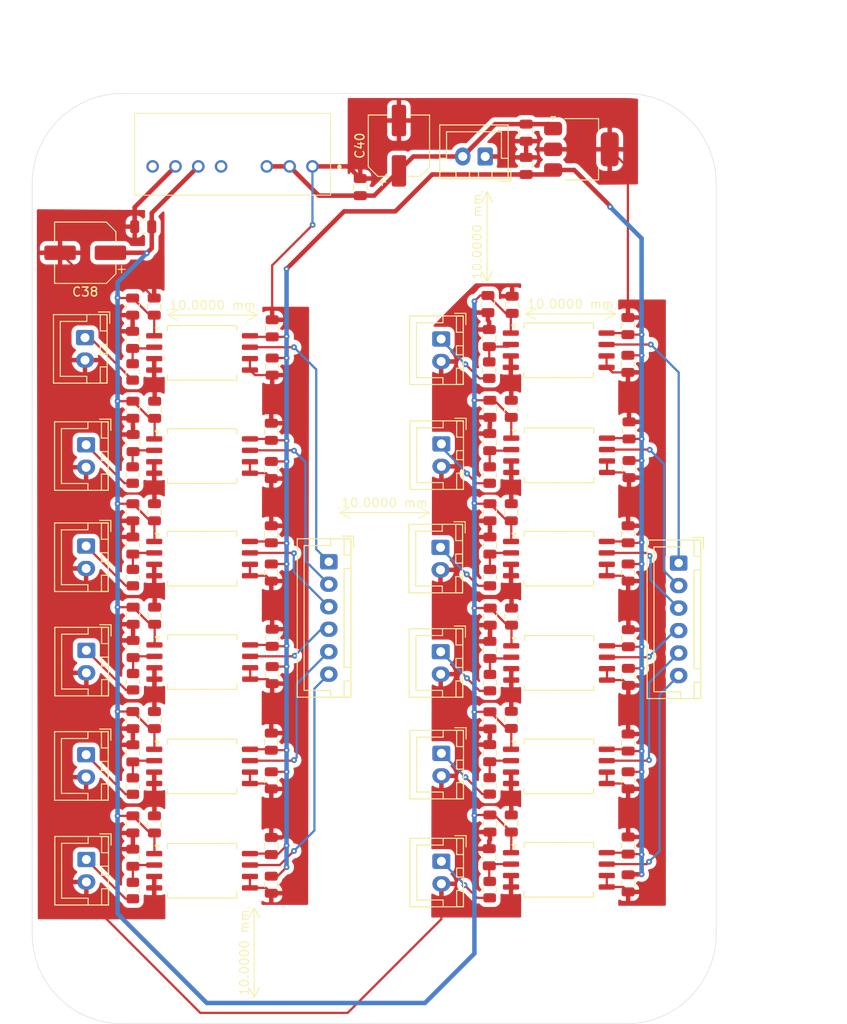
<source format=kicad_pcb>
(kicad_pcb (version 20240108) (generator "pcbnew") (generator_version "8.0")
  (layers (0 "F.Cu" signal) (31 "B.Cu" signal) (34 "B.Paste" user) (35 "F.Paste" user) (36 "B.SilkS" user "B.Silkscreen") (37 "F.SilkS" user "F.Silkscreen") (38 "B.Mask" user) (39 "F.Mask" user) (44 "Edge.Cuts" user))
  (net 0 "")
  (net 1 "Net-(C3-Pad1)")
  (net 2 "GND_HV")
  (net 3 "5V_HV")
  (net 4 "Net-(C1-Pad1)")
  (net 5 "5V_LV")
  (net 6 "GLVS-")
  (net 7 "GLVS+")
  (net 8 "Net-(C9-Pad1)")
  (net 9 "Net-(C14-Pad1)")
  (net 10 "Net-(C21-Pad1)")
  (net 11 "Net-(C19-Pad1)")
  (net 12 "Net-(C20-Pad1)")
  (net 13 "Net-(C22-Pad1)")
  (net 14 "Net-(C23-Pad1)")
  (net 15 "Net-(C24-Pad1)")
  (net 16 "Meas2+")
  (net 17 "Meas3+")
  (net 18 "Temp3")
  (net 19 "Temp5")
  (net 20 "Temp4")
  (net 21 "Temp1")
  (net 22 "Temp6")
  (net 23 "Temp2")
  (net 24 "Meas4+")
  (net 25 "Meas5+")
  (net 26 "Meas6+")
  (net 27 "Meas7+")
  (net 28 "Meas8+")
  (net 29 "Meas9+")
  (net 30 "Meas10+")
  (net 31 "Meas11+")
  (net 32 "Meas12+")
  (net 33 "Temp9")
  (net 34 "Temp8")
  (net 35 "Temp12")
  (net 36 "Temp7")
  (net 39 "Net-(C43-Pad1)")
  (net 40 "Net-(C48-Pad1)")
  (net 41 "Temp10")
  (net 42 "Temp11")
  (net 43 "Meas1+")
  (footprint "Capacitor_SMD:C_0805_2012Metric" (layer "F.Cu") (at 136.1 140.9 90)
    (property "Reference" "C66" (hide yes))
    (property "Value" "0.1uF")
  )
  (footprint "Capacitor_SMD:C_0805_2012Metric" (layer "F.Cu") (at 96.5 87.65 -90)
    (property "Reference" "C42" (hide yes))
    (property "Value" "1uF")
  )
  (footprint "Resistor_SMD:R_0805_2012Metric" (layer "F.Cu") (at 120.725 122.7875 90)
    (property "Reference" "R10" (hide yes))
    (property "Value" "100")
  )
  (footprint "MountingHole:MountingHole_3.2mm_M3" (layer "F.Cu") (at 139.5 63.1)
    (property "Reference" "REF**" (hide yes))
    (property "Value" "MountingHole_3.2mm_M3")
  )
  (footprint "Capacitor_SMD:C_0805_2012Metric" (layer "F.Cu") (at 123.1 103.85 -90)
    (property "Reference" "C30" (hide yes))
    (property "Value" "0.1uF")
  )
  (footprint "Capacitor_SMD:C_0805_2012Metric" (layer "F.Cu") (at 80.975 84.685 90)
    (property "Reference" "C1" (hide yes))
    (property "Value" "0.1uF")
  )
  (footprint "Resistor_SMD:R_0805_2012Metric" (layer "F.Cu") (at 81 111.1125 90)
    (property "Reference" "R3" (hide yes))
    (property "Value" "100")
  )
  (footprint "Connector_JST:JST_XH_B6B-XH-A_1x06_P2.50mm_Vertical" (layer "F.Cu") (at 141.725 109.5 -90)
    (property "Reference" "J15" (hide yes))
    (property "Value" "Conn_01x06_Pin")
  )
  (footprint "Capacitor_SMD:C_0805_2012Metric" (layer "F.Cu") (at 81.025 96.155 90)
    (property "Reference" "C3" (hide yes))
    (property "Value" "0.1uF")
  )
  (footprint "Connector_JST:JST_XH_B2B-XH-A_1x02_P2.50mm_Vertical" (layer "F.Cu") (at 75.8 130.8 -90)
    (property "Reference" "J7" (hide yes))
    (property "Value" "Conn_01x02_Pin")
  )
  (footprint "Connector_JST:JST_XH_B2B-XH-A_1x02_P2.50mm_Vertical" (layer "F.Cu") (at 75.8 107.6 -90)
    (property "Reference" "J3" (hide yes))
    (property "Value" "Conn_01x02_Pin")
  )
  (footprint "Capacitor_SMD:C_0805_2012Metric" (layer "F.Cu") (at 123.2 80.785 -90)
    (property "Reference" "C26" (hide yes))
    (property "Value" "0.1uF")
  )
  (footprint "Capacitor_SMD:C_0805_2012Metric" (layer "F.Cu") (at 83.425 115.35 -90)
    (property "Reference" "C16" (hide yes))
    (property "Value" "0.1uF")
  )
  (footprint "Capacitor_SMD:C_0805_2012Metric" (layer "F.Cu") (at 83.425 92.455 -90)
    (property "Reference" "C5" (hide yes))
    (property "Value" "0.1uF")
  )
  (footprint "Package_SO:SOIC-8_7.5x5.85mm_P1.27mm" (layer "F.Cu") (at 128.4 143.6)
    (property "Reference" "U13" (hide yes))
    (property "Value" "Isolation Amplifier with >2.5V input")
  )
  (footprint "Capacitor_SMD:C_0805_2012Metric" (layer "F.Cu") (at 123.1 92.35 -90)
    (property "Reference" "C28" (hide yes))
    (property "Value" "0.1uF")
  )
  (footprint "Resistor_SMD:R_0805_2012Metric" (layer "F.Cu") (at 81.025 122.6875 90)
    (property "Reference" "R4" (hide yes))
    (property "Value" "100")
  )
  (footprint "Capacitor_SMD:C_0805_2012Metric" (layer "F.Cu") (at 81.025 119.05 90)
    (property "Reference" "C14" (hide yes))
    (property "Value" "0.1uF")
  )
  (footprint "Capacitor_SMD:C_0805_2012Metric" (layer "F.Cu") (at 81.025 115.35 90)
    (property "Reference" "C15" (hide yes))
    (property "Value" "1uF")
  )
  (footprint "MountingHole:MountingHole_3.2mm_M3" (layer "F.Cu") (at 139.5 154.9)
    (property "Reference" "REF**" (hide yes))
    (property "Value" "MountingHole_3.2mm_M3")
  )
  (footprint "Capacitor_SMD:C_0805_2012Metric" (layer "F.Cu") (at 120.7 130.63 90)
    (property "Reference" "C23" (hide yes))
    (property "Value" "0.1uF")
  )
  (footprint "Capacitor_SMD:C_0805_2012Metric" (layer "F.Cu") (at 83.4 138.55 -90)
    (property "Reference" "C50" (hide yes))
    (property "Value" "0.1uF")
  )
  (footprint "Connector_JST:JST_XH_B2B-XH-A_1x02_P2.50mm_Vertical" (layer "F.Cu") (at 115.325 130.65 -90)
    (property "Reference" "J13" (hide yes))
    (property "Value" "Conn_01x02_Pin")
  )
  (footprint "Capacitor_SMD:C_0805_2012Metric" (layer "F.Cu") (at 96.4 110.55 -90)
    (property "Reference" "C12" (hide yes))
    (property "Value" "1uF")
  )
  (footprint "Capacitor_SMD:C_0805_2012Metric" (layer "F.Cu") (at 96.4 133.65 -90)
    (property "Reference" "C46" (hide yes))
    (property "Value" "1uF")
  )
  (footprint "Package_TO_SOT_SMD:SOT-223-3_TabPin2" (layer "F.Cu") (at 130.9 63.5)
    (property "Reference" "U15" (hide yes))
    (property "Value" "LM7805MPX/NOPB")
  )
  (footprint "Capacitor_SMD:C_0805_2012Metric" (layer "F.Cu") (at 120.65 84.485 90)
    (property "Reference" "C19" (hide yes))
    (property "Value" "0.1uF")
  )
  (footprint "Capacitor_SMD:C_0805_2012Metric" (layer "F.Cu") (at 136.1 129.45 90)
    (property "Reference" "C64" (hide yes))
    (property "Value" "0.1uF")
  )
  (footprint "Capacitor_SMD:C_0805_2012Metric" (layer "F.Cu") (at 136.075 83.15 90)
    (property "Reference" "C56" (hide yes))
    (property "Value" "0.1uF")
  )
  (footprint "Resistor_SMD:R_0805_2012Metric" (layer "F.Cu") (at 81 145.9 90)
    (property "Reference" "R6" (hide yes))
    (property "Value" "100")
  )
  (footprint "Capacitor_SMD:C_0805_2012Metric" (layer "F.Cu") (at 83.4 103.85 -90)
    (property "Reference" "C11" (hide yes))
    (property "Value" "0.1uF")
  )
  (footprint "Capacitor_SMD:C_0805_2012Metric" (layer "F.Cu") (at 136.075 87.35 -90)
    (property "Reference" "C55" (hide yes))
    (property "Value" "1uF")
  )
  (footprint "Capacitor_SMD:C_0805_2012Metric" (layer "F.Cu") (at 123.1 138.45 -90)
    (property "Reference" "C36" (hide yes))
    (property "Value" "0.1uF")
  )
  (footprint "Resistor_SMD:R_0805_2012Metric" (layer "F.Cu") (at 80.975 88.2475 90)
    (property "Reference" "R2" (hide yes))
    (property "Value" "100")
  )
  (footprint "Resistor_SMD:R_0805_2012Metric" (layer "F.Cu") (at 120.7 134.2675 90)
    (property "Reference" "R11" (hide yes))
    (property "Value" "100")
  )
  (footprint "Connector_JST:JST_XH_B2B-XH-A_1x02_P2.50mm_Vertical" (layer "F.Cu") (at 115.325 96.25 -90)
    (property "Reference" "J10" (hide yes))
    (property "Value" "Conn_01x02_Pin")
  )
  (footprint "Capacitor_SMD:C_0805_2012Metric" (layer "F.Cu") (at 81 138.55 90)
    (property "Reference" "C49" (hide yes))
    (property "Value" "1uF")
  )
  (footprint "Capacitor_SMD:C_0805_2012Metric" (layer "F.Cu") (at 81 142.25 90)
    (property "Reference" "C48" (hide yes))
    (property "Value" "0.1uF")
  )
  (footprint "Capacitor_SMD:C_0805_2012Metric" (layer "F.Cu") (at 83.375 80.985 -90)
    (property "Reference" "C2" (hide yes))
    (property "Value" "0.1uF")
  )
  (footprint "Capacitor_SMD:C_0805_2012Metric" (layer "F.Cu") (at 123.1 126.93 -90)
    (property "Reference" "C34" (hide yes))
    (property "Value" "0.1uF")
  )
  (footprint "Connector_JST:JST_XH_B2B-XH-A_1x02_P2.50mm_Vertical" (layer "F.Cu") (at 120.2 64.3 180)
    (property "Reference" "J4" (hide yes))
    (property "Value" "Conn_01x02_Pin")
  )
  (footprint "Package_SO:SOIC-8_7.5x5.85mm_P1.27mm" (layer "F.Cu") (at 88.7 86.135)
    (property "Reference" "U1" (hide yes))
    (property "Value" "Isolation Amplifier with >2.5V input")
  )
  (footprint "Capacitor_SMD:C_0805_2012Metric" (layer "F.Cu") (at 136.125 117.85 90)
    (property "Reference" "C62" (hide yes))
    (property "Value" "0.1uF")
  )
  (footprint "Capacitor_SMD:C_0805_2012Metric" (layer "F.Cu") (at 96.4 145.25 -90)
    (property "Reference" "C51" (hide yes))
    (property "Value" "1uF")
  )
  (footprint "Capacitor_SMD:C_0805_2012Metric" (layer "F.Cu") (at 120.725 107.55 90)
    (property "Reference" "C21" (hide yes))
    (property "Value" "0.1uF")
  )
  (footprint "Capacitor_SMD:C_0805_2012Metric" (layer "F.Cu") (at 81 130.65 90)
    (property "Reference" "C43" (hide yes))
    (property "Value" "0.1uF")
  )
  (footprint "Package_SO:SOIC-8_7.5x5.85mm_P1.27mm" (layer "F.Cu") (at 128.425 97.515)
    (property "Reference" "U9" (hide yes))
    (property "Value" "Isolation Amplifier with >2.5V input")
  )
  (footprint "Capacitor_SMD:C_0805_2012Metric" (layer "F.Cu") (at 120.7 96.05 90)
    (property "Reference" "C20" (hide yes))
    (property "Value" "0.1uF")
  )
  (footprint "Package_SO:SOIC-8_7.5x5.85mm_P1.27mm" (layer "F.Cu") (at 128.375 85.835)
    (property "Reference" "U8" (hide yes))
    (property "Value" "Isolation Amplifier with >2.5V input")
  )
  (footprint "Connector_JST:JST_XH_B2B-XH-A_1x02_P2.50mm_Vertical" (layer "F.Cu") (at 115.25 119.35 -90)
    (property "Reference" "J12" (hide yes))
    (property "Value" "Conn_01x02_Pin")
  )
  (footprint "Capacitor_SMD:C_0805_2012Metric" (layer "F.Cu") (at 136.1 145.1 -90)
    (property "Reference" "C65" (hide yes))
    (property "Value" "1uF")
  )
  (footprint "Capacitor_SMD:CP_Elec_6.3 x 6.3 x 5.8" (layer "F.Cu") (at 110.6 63.1 90)
    (property "Reference" "C40")
    (property "Value" "47uF")
  )
  (footprint "Resistor_SMD:R_0805_2012Metric" (layer "F.Cu") (at 120.65 88.0475 90)
    (property "Reference" "R7" (hide yes))
    (property "Value" "100")
  )
  (footprint "Capacitor_SMD:C_0805_2012Metric" (layer "F.Cu") (at 120.725 138.45 90)
    (property "Reference" "C35" (hide yes))
    (property "Value" "1uF")
  )
  (footprint "Resistor_SMD:R_0805_2012Metric" (layer "F.Cu") (at 80.975 99.7125 90)
    (property "Reference" "R1" (hide yes))
    (property "Value" "100")
  )
  (footprint "Capacitor_SMD:C_0805_2012Metric" (layer "F.Cu") (at 81 107.55 90)
    (property "Reference" "C9" (hide yes))
    (property "Value" "0.1uF")
  )
  (footprint "Connector_JST:JST_XH_B2B-XH-A_1x02_P2.50mm_Vertical" (layer "F.Cu") (at 115.3 84.585 -90)
    (property "Reference" "J9" (hide yes))
    (property "Value" "Conn_01x02_Pin")
  )
  (footprint "Package_SO:SOIC-8_7.5x5.85mm_P1.27mm" (layer "F.Cu") (at 128.4 109)
    (property "Reference" "U10" (hide yes))
    (property "Value" "Isolation Amplifier with >2.5V input")
  )
  (footprint "Capacitor_SMD:C_0805_2012Metric" (layer "F.Cu") (at 96.4 99.15 -90)
    (property "Reference" "C6" (hide yes))
    (property "Value" "1uF")
  )
  (footprint "Connector_JST:JST_XH_B2B-XH-A_1x02_P2.50mm_Vertical" (layer "F.Cu") (at 75.825 119.2 -90)
    (property "Reference" "J6" (hide yes))
    (property "Value" "Conn_01x02_Pin")
  )
  (footprint "Connector_JST:JST_XH_B2B-XH-A_1x02_P2.50mm_Vertical" (layer "F.Cu") (at 75.825 142.45 -90)
    (property "Reference" "J8" (hide yes))
    (property "Value" "Conn_01x02_Pin")
  )
  (footprint "Capacitor_SMD:C_0805_2012Metric" (layer "F.Cu") (at 136.125 122.15 -90)
    (property "Reference" "C61" (hide yes))
    (property "Value" "1uF")
  )
  (footprint "Capacitor_SMD:C_0805_2012Metric" (layer "F.Cu") (at 96.4 140.95 90)
    (property "Reference" "C52" (hide yes))
    (property "Value" "0.1uF")
  )
  (footprint "Resistor_SMD:R_0805_2012Metric" (layer "F.Cu") (at 81 134.2875 90)
    (property "Reference" "R5" (hide yes))
    (property "Value" "100")
  )
  (footprint "Capacitor_SMD:C_0805_2012Metric" (layer "F.Cu") (at 81 92.45 90)
    (property "Reference" "C4" (hide yes))
    (property "Value" "1uF")
  )
  (footprint "Capacitor_SMD:C_0805_2012Metric" (layer "F.Cu") (at 96.5 117.8 90)
    (property "Reference" "C18" (hide yes))
    (property "Value" "0.1uF")
  )
  (footprint "Capacitor_SMD:C_0805_2012Metric" (layer "F.Cu") (at 96.4 94.9 90)
    (property "Reference" "C8" (hide yes))
    (property "Value" "0.1uF")
  )
  (footprint "Resistor_SMD:R_0805_2012Metric" (layer "F.Cu") (at 120.7 145.8 90)
    (property "Reference" "R12" (hide yes))
    (property "Value" "100")
  )
  (footprint "Package_SO:SOIC-8_7.5x5.85mm_P1.27mm" (layer "F.Cu") (at 88.7 109)
    (property "Reference" "U4" (hide yes))
    (property "Value" "Isolation Amplifier with >2.5V input")
  )
  (footprint "Capacitor_SMD:C_0805_2012Metric" (layer "F.Cu") (at 136.2 99.05 -90)
    (property "Reference" "C57" (hide yes))
    (property "Value" "1uF")
  )
  (footprint "Connector_JST:JST_XH_B2B-XH-A_1x02_P2.50mm_Vertical" (layer "F.Cu") (at 75.8 96.35 -90)
    (property "Reference" "J2" (hide yes))
    (property "Value" "Conn_01x02_Pin")
  )
  (footprint "Capacitor_SMD:C_0805_2012Metric" (layer "F.Cu") (at 81 126.95 90)
    (property "Reference" "C44" (hide yes))
    (property "Value" "1uF")
  )
  (footprint "Capacitor_SMD:C_0805_2012Metric" (layer "F.Cu") (at 120.725 92.35 90)
    (property "Reference" "C27" (hide yes))
    (property "Value" "1uF")
  )
  (footprint "Package_SO:SOIC-8_7.5x5.85mm_P1.27mm" (layer "F.Cu") (at 88.7 132.1)
    (property "Reference" "U6" (hide yes))
    (property "Value" "Isolation Amplifier with >2.5V input")
  )
  (footprint "Package_SO:SOIC-8_7.5x5.85mm_P1.27mm" (layer "F.Cu") (at 128.4 132.1)
    (property "Reference" "U12" (hide yes))
    (property "Value" "Isolation Amplifier with >2.5V input")
  )
  (footprint "Capacitor_SMD:C_0805_2012Metric" (layer "F.Cu") (at 81 103.85 90)
    (property "Reference" "C10" (hide yes))
    (property "Value" "1uF")
  )
  (footprint "Capacitor_SMD:C_0805_2012Metric" (layer "F.Cu") (at 96.5 121.95 -90)
    (property "Reference" "C17" (hide yes))
    (property "Value" "1uF")
  )
  (footprint "Capacitor_SMD:C_0805_2012Metric" (layer "F.Cu") (at 136.1 106.3 90)
    (property "Reference" "C60" (hide yes))
    (property "Value" "0.1uF")
  )
  (footprint "Capacitor_SMD:C_0805_2012Metric" (layer "F.Cu") (at 120.75 115.45 90)
    (property "Reference" "C31" (hide yes))
    (property "Value" "1uF")
  )
  (footprint "Capacitor_SMD:C_0805_2012Metric" (layer "F.Cu") (at 120.65 142.2 90)
    (property "Reference" "C24" (hide yes))
    (property "Value" "0.1uF")
  )
  (footprint "Package_SO:SOIC-8_7.5x5.85mm_P1.27mm" (layer "F.Cu") (at 88.7 143.7)
    (property "Reference" "U7" (hide yes))
    (property "Value" "Isolation Amplifier with >2.5V input")
  )
  (footprint "Connector_JST:JST_XH_B2B-XH-A_1x02_P2.50mm_Vertical" (layer "F.Cu") (at 115.225 107.75 -90)
    (property "Reference" "J11" (hide yes))
    (property "Value" "Conn_01x02_Pin")
  )
  (footprint "Capacitor_SMD:C_0805_2012Metric" (layer "F.Cu") (at 124.75 61.65 -90)
    (property "Reference" "C53" (hide yes))
    (property "Value" "0.22uF")
  )
  (footprint "TEC_2:TEC21211" (layer "F.Cu") (at 100.98 65.4 180)
    (property "Reference" "U14" (hide yes))
    (property "Value" "TEC2-1211" (hide yes))
  )
  (footprint "Capacitor_SMD:C_0805_2012Metric" (layer "F.Cu") (at 136.1 110.55 -90)
    (property "Reference" "C59" (hide yes))
    (property "Value" "1uF")
  )
  (footprint "Connector_JST:JST_XH_B6B-XH-A_1x06_P2.50mm_Vertical" (layer "F.Cu") (at 102.8 109.35 -90)
    (property "Reference" "J5" (hide yes))
    (property "Value" "Conn_01x06_Pin")
  )
  (footprint "Capacitor_SMD:C_0805_2012Metric" (layer "F.Cu") (at 124.75 65.35 90)
    (property "Reference" "C54" (hide yes))
    (property "Value" "0.1uF")
  )
  (footprint "Package_SO:SOIC-8_7.5x5.85mm_P1.27mm" (layer "F.Cu") (at 88.725 120.5)
    (property "Reference" "U5" (hide yes))
    (property "Value" "Isolation Amplifier with >2.5V input")
  )
  (footprint "Capacitor_SMD:C_0805_2012Metric" (layer "F.Cu") (at 83.4 126.95 -90)
    (property "Reference" "C45" (hide yes))
    (property "Value" "0.1uF")
  )
  (footprint "Capacitor_SMD:C_0805_2012Metric" (layer "F.Cu") (at 106.3 67.7 -90)
    (property "Reference" "C39" (hide yes))
    (property "Value" "0.1uF")
  )
  (footprint "Capacitor_SMD:CP_Elec_6.3 x 6.3 x 5.8" (layer "F.Cu") (at 75.7 75 180)
    (property "Reference" "C38")
    (property "Value" "47uF")
  )
  (footprint "Capacitor_SMD:C_0805_2012Metric" (layer "F.Cu") (at 136.2 94.75 90)
    (property "Reference" "C58" (hide yes))
    (property "Value" "0.1uF")
  )
  (footprint "Connector_JST:JST_XH_B2B-XH-A_1x02_P2.50mm_Vertical" (layer "F.Cu") (at 115.325 142.65 -90)
    (property "Reference" "J14" (hide yes))
    (property "Value" "Conn_01x02_Pin")
  )
  (footprint "MountingHole:MountingHole_3.2mm_M3" (layer "F.Cu") (at 75.7 154.9)
    (property "Reference" "REF**" (hide yes))
    (property "Value" "MountingHole_3.2mm_M3")
  )
  (footprint "Capacitor_SMD:C_0805_2012Metric" (layer "F.Cu") (at 96.4 106.3 90)
    (property "Reference" "C13" (hide yes))
    (property "Value" "0.1uF")
  )
  (footprint "Package_SO:SOIC-8_7.5x5.85mm_P1.27mm" (layer "F.Cu") (at 88.7 97.6)
    (property "Reference" "U3" (hide yes))
    (property "Value" "Isolation Amplifier with >2.5V input")
  )
  (footprint "Capacitor_SMD:C_0805_2012Metric" (layer "F.Cu") (at 120.725 103.85 90)
    (property "Reference" "C29" (hide yes))
    (property "Value" "1uF")
  )
  (footprint "Capacitor_SMD:C_0805_2012Metric" (layer "F.Cu") (at 136.1 133.65 -90)
    (property "Reference" "C63" (hide yes))
    (property "Value" "1uF")
  )
  (footprint "Capacitor_SMD:C_0805_2012Metric" (layer "F.Cu") (at 96.5 83.4 90)
    (property "Reference" "C7" (hide yes))
    (property "Value" "0.1uF")
  )
  (footprint "Capacitor_SMD:C_0805_2012Metric" (layer "F.Cu") (at 123.125 115.45 -90)
    (property "Reference" "C32" (hide yes))
    (property "Value" "0.1uF")
  )
  (footprint "Capacitor_SMD:C_0805_2012Metric" (layer "F.Cu") (at 120.5 80.7 90)
    (property "Reference" "C25" (hide yes))
    (property "Value" "1uF")
  )
  (footprint "Connector_JST:JST_XH_B2B-XH-A_1x02_P2.50mm_Vertical" (layer "F.Cu") (at 75.675 84.435 -90)
    (property "Reference" "J1" (hide yes))
    (property "Value" "Conn_01x02_Pin")
  )
  (footprint "MountingHole:MountingHole_3.2mm_M3" (layer "F.Cu") (at 76 63.2)
    (property "Reference" "REF**" (hide yes))
    (property "Value" "MountingHole_3.2mm_M3")
  )
  (footprint "Resistor_SMD:R_0805_2012Metric" (layer "F.Cu") (at 120.725 111.1125 90)
    (property "Reference" "R9" (hide yes))
    (property "Value" "100")
  )
  (footprint "Capacitor_SMD:C_0805_2012Metric" (layer "F.Cu") (at 80.975 80.985 90)
    (property "Reference" "C41" (hide yes))
    (property "Value" "1uF")
  )
  (footprint "Capacitor_SMD:C_0805_2012Metric" (layer "F.Cu") (at 120.725 126.98 90)
    (property "Reference" "C33" (hide yes))
    (property "Value" "1uF")
  )
  (footprint "Resistor_SMD:R_0805_2012Metric" (layer "F.Cu") (at 120.7 99.7125 90)
    (property "Reference" "R8" (hide yes))
    (property "Value" "100")
  )
  (footprint "Capacitor_SMD:C_0805_2012Metric" (layer "F.Cu") (at 82.15 72.1)
    (property "Reference" "C37" (hide yes))
    (property "Value" "0.1uF")
  )
  (footprint "Capacitor_SMD:C_0805_2012Metric" (layer "F.Cu") (at 120.725 119.15 90)
    (property "Reference" "C22" (hide yes))
    (property "Value" "0.1uF")
  )
  (footprint "Capacitor_SMD:C_0805_2012Metric" (layer "F.Cu") (at 96.4 129.35 90)
    (property "Reference" "C47" (hide yes))
    (property "Value" "0.1uF")
  )
  (footprint "Package_SO:SOIC-8_7.5x5.85mm_P1.27mm" (layer "F.Cu") (at 128.425 120.6)
    (property "Reference" "U11" (hide yes))
    (property "Value" "Isolation Amplifier with >2.5V input")
  )
  (gr_arc (start 145.9 150.7) (mid 142.971068 157.771068) (end 135.9 160.7) (stroke (width 0.05)) (layer "Edge.Cuts"))
  (gr_arc (start 69.8 67.3) (mid 72.728932 60.228932) (end 79.8 57.3) (stroke (width 0.05)) (layer "Edge.Cuts"))
  (gr_arc (start 135.9 57.3) (mid 142.971068 60.228932) (end 145.9 67.3) (stroke (width 0.05)) (layer "Edge.Cuts"))
  (gr_arc (start 79.8 160.7) (mid 72.728932 157.771068) (end 69.8 150.7) (stroke (width 0.05)) (layer "Edge.Cuts"))
  (gr_line (start 135.9 160.7) (end 79.8 160.7) (stroke (width 0.05)) (layer "Edge.Cuts"))
  (gr_line (start 69.8 150.7) (end 69.8 67.3) (stroke (width 0.05)) (layer "Edge.Cuts"))
  (gr_line (start 145.9 67.3) (end 145.9 150.7) (stroke (width 0.05)) (layer "Edge.Cuts"))
  (gr_line (start 79.8 57.3) (end 135.9 57.3) (stroke (width 0.05)) (layer "Edge.Cuts"))
  (dimension (type aligned) (layer "F.SilkS") (pts (xy 124.7 81.8) (xy 134.7 81.8)) (height 0) (gr_text "10.0000 mm" (at 129.7 80.7 0) (layer "F.SilkS") (effects (font (size 1 1) (thickness 0.1)))) (format (prefix "") (suffix "") (units 3) (units_format 1) (precision 4)) (style (thickness 0.1) (arrow_length 1.27) (text_position_mode 0) (extension_height 0.58642) (extension_offset 0.5) keep_text_aligned))
  (dimension (type aligned) (layer "F.SilkS") (pts (xy 84.875 81.935) (xy 94.875 81.935)) (height 0) (gr_text "10.0000 mm" (at 89.875 80.835 0) (layer "F.SilkS") (effects (font (size 1 1) (thickness 0.1)))) (format (prefix "") (suffix "") (units 3) (units_format 1) (precision 4)) (style (thickness 0.1) (arrow_length 1.27) (text_position_mode 0) (extension_height 0.58642) (extension_offset 0.5) keep_text_aligned))
  (dimension (type aligned) (layer "F.SilkS") (pts (xy 94.5 157.8) (xy 94.5 147.8)) (height 0) (gr_text "10.0000 mm" (at 93.4 152.8 90) (layer "F.SilkS") (effects (font (size 1 1) (thickness 0.1)))) (format (prefix "") (suffix "") (units 3) (units_format 1) (precision 4)) (style (thickness 0.1) (arrow_length 1.27) (text_position_mode 0) (extension_height 0.58642) (extension_offset 0.5) keep_text_aligned))
  (dimension (type aligned) (layer "F.SilkS") (pts (xy 120.4 78.2) (xy 120.4 68.2)) (height 0) (gr_text "10.0000 mm" (at 119.3 73.2 90) (layer "F.SilkS") (effects (font (size 1 1) (thickness 0.1)))) (format (prefix "") (suffix "") (units 3) (units_format 1) (precision 4)) (style (thickness 0.1) (arrow_length 1.27) (text_position_mode 0) (extension_height 0.58642) (extension_offset 0.5) keep_text_aligned))
  (dimension (type aligned) (layer "F.SilkS") (pts (xy 104 103.9) (xy 114 103.9)) (height 0) (gr_text "10.0000 mm" (at 109 102.8 0) (layer "F.SilkS") (effects (font (size 1 1) (thickness 0.1)))) (format (prefix "") (suffix "") (units 3) (units_format 1) (precision 4)) (style (thickness 0.1) (arrow_length 1.27) (text_position_mode 0) (extension_height 0.58642) (extension_offset 0.5) keep_text_aligned))
  (segment (start 80.975 98.8) (end 80.975 97.155) (width 0.25) (layer "F.Cu") (net 1))
  (segment (start 83.375 96.965) (end 81.165 96.965) (width 0.25) (layer "F.Cu") (net 1))
  (segment (start 81.165 96.965) (end 81.025 97.105) (width 0.25) (layer "F.Cu") (net 1))
  (segment (start 80.975 97.155) (end 81.025 97.105) (width 0.25) (layer "F.Cu") (net 1))
  (segment (start 123.075 144.235) (end 123.075 145.505) (width 0.25) (layer "F.Cu") (net 2))
  (segment (start 123.1 87.79) (end 123.05 87.74) (width 0.25) (layer "F.Cu") (net 2))
  (segment (start 83.375 144.335) (end 83.375 145.605) (width 0.25) (layer "F.Cu") (net 2))
  (segment (start 83.4 99.53) (end 83.375 99.505) (width 0.25) (layer "F.Cu") (net 2))
  (segment (start 120.81 81.835) (end 120.91 81.735) (width 0.25) (layer "F.Cu") (net 2))
  (segment (start 123.125 114.5) (end 123.125 110.955) (width 0.25) (layer "F.Cu") (net 2))
  (segment (start 81.2 69.94) (end 81.2 72.1) (width 0.5) (layer "F.Cu") (net 2))
  (segment (start 120.9 127.88) (end 120.85 127.93) (width 0.25) (layer "F.Cu") (net 2))
  (segment (start 123.1 102.9) (end 123.1 99.42) (width 0.25) (layer "F.Cu") (net 2))
  (segment (start 88.5 159.5) (end 104.9 159.5) (width 0.25) (layer "F.Cu") (net 2))
  (segment (start 123.075 137.375) (end 123.075 134.005) (width 0.25) (layer "F.Cu") (net 2))
  (segment (start 83.375 98.235) (end 83.375 99.505) (width 0.25) (layer "F.Cu") (net 2))
  (segment (start 123.1 137.5) (end 123.1 137.4) (width 0.25) (layer "F.Cu") (net 2))
  (segment (start 123.1 137.4) (end 123.075 137.375) (width 0.25) (layer "F.Cu") (net 2))
  (segment (start 83.375 134.005) (end 83.375 137.575) (width 0.25) (layer "F.Cu") (net 2))
  (segment (start 120.7 129.68) (end 118.795 129.68) (width 0.25) (layer "F.Cu") (net 2))
  (segment (start 83.375 110.905) (end 83.375 111.175) (width 0.25) (layer "F.Cu") (net 2))
  (segment (start 123.05 87.74) (end 123.05 86.47) (width 0.25) (layer "F.Cu") (net 2))
  (segment (start 83.4 121.135) (end 83.4 122.405) (width 0.25) (layer "F.Cu") (net 2))
  (segment (start 123.125 110.955) (end 123.075 110.905) (width 0.25) (layer "F.Cu") (net 2))
  (segment (start 123.1 122.505) (end 123.1 121.235) (width 0.25) (layer "F.Cu") (net 2))
  (segment (start 123.1 99.42) (end 123.1 98.15) (width 0.25) (layer "F.Cu") (net 2))
  (segment (start 85.74 65.4) (end 81.2 69.94) (width 0.5) (layer "F.Cu") (net 2))
  (segment (start 80.84 77.5) (end 75.4 77.5) (width 0.25) (layer "F.Cu") (net 2))
  (segment (start 83.425 88.09) (end 83.375 88.04) (width 0.25) (layer "F.Cu") (net 2))
  (segment (start 115.325 149.075) (end 115.325 145.15) (width 0.25) (layer "F.Cu") (net 2))
  (segment (start 123.075 132.735) (end 123.075 134.005) (width 0.25) (layer "F.Cu") (net 2))
  (segment (start 75.825 144.95) (end 75.825 146.825) (width 0.25) (layer "F.Cu") (net 2))
  (segment (start 83.375 132.735) (end 83.375 134.005) (width 0.25) (layer "F.Cu") (net 2))
  (segment (start 83.375 86.77) (end 83.375 88.04) (width 0.25) (layer "F.Cu") (net 2))
  (segment (start 123.075 110.905) (end 123.075 109.635) (width 0.25) (layer "F.Cu") (net 2))
  (segment (start 83.375 111.175) (end 83.425 111.225) (width 0.25) (layer "F.Cu") (net 2))
  (segment (start 83.375 109.635) (end 83.375 110.905) (width 0.25) (layer "F.Cu") (net 2))
  (segment (start 75.825 146.825) (end 88.5 159.5) (width 0.25) (layer "F.Cu") (net 2))
  (segment (start 83.375 137.575) (end 83.4 137.6) (width 0.25) (layer "F.Cu") (net 2))
  (segment (start 83.375 80.035) (end 80.84 77.5) (width 0.25) (layer "F.Cu") (net 2))
  (segment (start 83.4 102.9) (end 83.4 99.53) (width 0.25) (layer "F.Cu") (net 2))
  (segment (start 104.9 159.5) (end 115.325 149.075) (width 0.25) (layer "F.Cu") (net 2))
  (segment (start 83.425 91.505) (end 83.425 88.09) (width 0.25) (layer "F.Cu") (net 2))
  (segment (start 83.425 111.225) (end 83.425 114.4) (width 0.25) (layer "F.Cu") (net 2))
  (segment (start 123.1 91.4) (end 123.1 87.79) (width 0.25) (layer "F.Cu") (net 2))
  (segment (start 123.1 125.98) (end 123.1 122.505) (width 0.25) (layer "F.Cu") (net 2))
  (segment (start 83.4 122.405) (end 83.4 126) (width 0.25) (layer "F.Cu") (net 2))
  (segment (start 75.4 77.5) (end 72.9 75) (width 0.25) (layer "F.Cu") (net 2))
  (segment (start 115.325 98.75) (end 115.65 98.75) (width 0.25) (layer "B.Cu") (net 2))
  (segment (start 79.335 80.035) (end 79.3 80) (width 0.25) (layer "F.Cu") (net 3))
  (segment (start 83.4 127.9) (end 83.4 130.17) (width 0.25) (layer "F.Cu") (net 3))
  (segment (start 82.9 104.8) (end 83.4 104.8) (width 0.25) (layer "F.Cu") (net 3))
  (segment (start 122.575 127.88) (end 123.1 127.88) (width 0.25) (layer "F.Cu") (net 3))
  (segment (start 120.725 91.4) (end 119 91.4) (width 0.25) (layer "F.Cu") (net 3))
  (segment (start 119.05 102.9) (end 119 102.85) (width 0.25) (layer "F.Cu") (net 3))
  (segment (start 123.1 130.17) (end 123.075 130.195) (width 0.25) (layer "F.Cu") (net 3))
  (segment (start 83.4 130.17) (end 83.375 130.195) (width 0.25) (layer "F.Cu") (net 3))
  (segment (start 120.725 102.9) (end 119.05 102.9) (width 0.25) (layer "F.Cu") (net 3))
  (segment (start 82.5 75) (end 82.55 75.05) (width 0.5) (layer "F.Cu") (net 3))
  (segment (start 78.5 75) (end 82.5 75) (width 0.5) (layer "F.Cu") (net 3))
  (segment (start 82.9 139.5) (end 83.4 139.5) (width 0.25) (layer "F.Cu") (net 3))
  (segment (start 82.55 75.05) (end 83.1 74.5) (width 0.5) (layer "F.Cu") (net 3))
  (segment (start 83.4 139.5) (end 83.4 141.77) (width 0.25) (layer "F.Cu") (net 3))
  (segment (start 83.4 141.77) (end 83.375 141.795) (width 0.25) (layer "F.Cu") (net 3))
  (segment (start 81 126) (end 82.9 127.9) (width 0.25) (layer "F.Cu") (net 3))
  (segment (start 120.5 79.75) (end 122.485 81.735) (width 0.25) (layer "F.Cu") (net 3))
  (segment (start 120.725 102.9) (end 122.625 104.8) (width 0.25) (layer "F.Cu") (net 3))
  (segment (start 83.425 116.3) (end 83.425 118.57) (width 0.25) (layer "F.Cu") (net 3))
  (segment (start 123.125 118.67) (end 123.1 118.695) (width 0.25) (layer "F.Cu") (net 3))
  (segment (start 119.65 79.75) (end 120.5 79.75) (width 0.25) (layer "F.Cu") (net 3))
  (segment (start 80.975 80.035) (end 79.335 80.035) (width 0.25) (layer "F.Cu") (net 3))
  (segment (start 121.2 137.5) (end 123.1 139.4) (width 0.25) (layer "F.Cu") (net 3))
  (segment (start 83.425 93.405) (end 83.425 95.645) (width 0.25) (layer "F.Cu") (net 3))
  (segment (start 122.65 116.4) (end 123.125 116.4) (width 0.25) (layer "F.Cu") (net 3))
  (segment (start 123.05 81.735) (end 123.05 83.93) (width 0.25) (layer "F.Cu") (net 3))
  (segment (start 81 91.5) (end 79.3 91.5) (width 0.25) (layer "F.Cu") (net 3))
  (segment (start 120.725 91.4) (end 121.2 91.4) (width 0.25) (layer "F.Cu") (net 3))
  (segment (start 83.1 70.58) (end 88.28 65.4) (width 0.5) (layer "F.Cu") (net 3))
  (segment (start 81 137.6) (end 82.9 139.5) (width 0.25) (layer "F.Cu") (net 3))
  (segment (start 120.725 126.03) (end 122.575 127.88) (width 0.25) (layer "F.Cu") (net 3))
  (segment (start 83.1 74.5) (end 83.1 72.1) (width 0.5) (layer "F.Cu") (net 3))
  (segment (start 82.875 81.935) (end 83.375 81.935) (width 0.25) (layer "F.Cu") (net 3))
  (segment (start 83.4 107.07) (end 83.375 107.095) (width 0.25) (layer "F.Cu") (net 3))
  (segment (start 80.975 80.035) (end 80.975 79.975) (width 0.25) (layer "F.Cu") (net 3))
  (segment (start 83.1 72.1) (end 83.1 70.58) (width 0.5) (layer "F.Cu") (net 3))
  (segment (start 83.375 81.935) (end 83.375 84.23) (width 0.25) (layer "F.Cu") (net 3))
  (segment (start 120.725 137.5) (end 119.05 137.5) (width 0.25) (layer "F.Cu") (net 3))
  (segment (start 83.425 118.57) (end 83.4 118.595) (width 0.25) (layer "F.Cu") (net 3))
  (segment (start 81.025 114.4) (end 79.3 114.4) (width 0.25) (layer "F.Cu") (net 3))
  (segment (start 81 102.9) (end 79.3 102.9) (width 0.25) (layer "F.Cu") (net 3))
  (segment (start 82.9 127.9) (end 83.4 127.9) (width 0.25) (layer "F.Cu") (net 3))
  (segment (start 123.1 104.8) (end 123.1 107.07) (width 0.25) (layer "F.Cu") (net 3))
  (segment (start 82.925 116.3) (end 83.425 116.3) (width 0.25) (layer "F.Cu") (net 3))
  (segment (start 81 126) (end 79.3 126) (width 0.25) (layer "F.Cu") (net 3))
  (segment (start 81 91.5) (end 82.905 93.405) (width 0.25) (layer "F.Cu") (net 3))
  (segment (start 82.905 93.405) (end 83.425 93.405) (width 0.25) (layer "F.Cu") (net 3))
  (segment (start 119.05 137.5) (end 119 137.55) (width 0.25) (layer "F.Cu") (net 3))
  (segment (start 119 80.4) (end 119.65 79.75) (width 0.25) (layer "F.Cu") (net 3))
  (segment (start 123.1 141.67) (end 123.075 141.695) (width 0.25) (layer "F.Cu") (net 3))
  (segment (start 83.425 95.645) (end 83.375 95.695) (width 0.25) (layer "F.Cu") (net 3))
  (segment (start 81 102.9) (end 82.9 104.8) (width 0.25) (layer "F.Cu") (net 3))
  (segment (start 120.75 114.5) (end 119 114.5) (width 0.25) (layer "F.Cu") (net 3))
  (segment (start 123.1 127.88) (end 123.1 130.17) (width 0.25) (layer "F.Cu") (net 3))
  (segment (start 83.4 104.8) (end 83.4 107.07) (width 0.25) (layer "F.Cu") (net 3))
  (segment (start 123.1 107.07) (end 123.075 107.095) (width 0.25) (layer "F.Cu") (net 3))
  (segment (start 122.485 81.735) (end 123.2 81.735) (width 0.25) (layer "F.Cu") (net 3))
  (segment (start 123.1 139.4) (end 123.1 141.67) (width 0.25) (layer "F.Cu") (net 3))
  (segment (start 122.625 104.8) (end 123.1 104.8) (width 0.25) (layer "F.Cu") (net 3))
  (segment (start 123.1 93.3) (end 123.1 95.61) (width 0.25) (layer "F.Cu") (net 3))
  (segment (start 81 137.6) (end 79.3 137.6) (width 0.25) (layer "F.Cu") (net 3))
  (segment (start 120.75 114.5) (end 122.65 116.4) (width 0.25) (layer "F.Cu") (net 3))
  (segment (start 81.025 114.4) (end 82.925 116.3) (width 0.25) (layer "F.Cu") (net 3))
  (segment (start 119.02 126.03) (end 119 126.05) (width 0.25) (layer "F.Cu") (net 3))
  (segment (start 123.125 116.4) (end 123.125 118.67) (width 0.25) (layer "F.Cu") (net 3))
  (segment (start 121.2 91.4) (end 123.1 93.3) (width 0.25) (layer "F.Cu") (net 3))
  (segment (start 120.725 126.03) (end 119.02 126.03) (width 0.25) (layer "F.Cu") (net 3))
  (segment (start 80.975 80.035) (end 82.875 81.935) (width 0.25) (layer "F.Cu") (net 3))
  (segment (start 120.725 137.5) (end 121.2 137.5) (width 0.25) (layer "F.Cu") (net 3))
  (via (at 79.3 114.4) (size 0.65) (drill 0.25) (layers "F.Cu" "B.Cu") (net 3))
  (via (at 79.3 102.9) (size 0.65) (drill 0.25) (layers "F.Cu" "B.Cu") (net 3))
  (via (at 119 114.5) (size 0.65) (drill 0.25) (layers "F.Cu" "B.Cu") (net 3))
  (via (at 119 126.05) (size 0.65) (drill 0.25) (layers "F.Cu" "B.Cu") (net 3))
  (via (at 79.3 91.5) (size 0.65) (drill 0.25) (layers "F.Cu" "B.Cu") (net 3))
  (via (at 119 91.4) (size 0.65) (drill 0.25) (layers "F.Cu" "B.Cu") (net 3))
  (via (at 79.3 126) (size 0.65) (drill 0.25) (layers "F.Cu" "B.Cu") (net 3))
  (via (at 119 102.85) (size 0.65) (drill 0.25) (layers "F.Cu" "B.Cu") (net 3))
  (via (at 79.3 80) (size 0.65) (drill 0.25) (layers "F.Cu" "B.Cu") (net 3))
  (via (at 82.55 75.05) (size 0.65) (drill 0.25) (layers "F.Cu" "B.Cu") (net 3))
  (via (at 119 137.55) (size 0.65) (drill 0.25) (layers "F.Cu" "B.Cu") (net 3))
  (via (at 79.3 137.6) (size 0.65) (drill 0.25) (layers "F.Cu" "B.Cu") (net 3))
  (via (at 119 80.4) (size 0.65) (drill 0.25) (layers "F.Cu" "B.Cu") (net 3))
  (segment (start 119 126.05) (end 119 137.3) (width 0.5) (layer "B.Cu") (net 3))
  (segment (start 82.55 75.05) (end 79.3 78.3) (width 0.5) (layer "B.Cu") (net 3))
  (segment (start 119 126.8) (end 119 115.5) (width 0.5) (layer "B.Cu") (net 3))
  (segment (start 79.3 102.9) (end 79.3 91.5) (width 0.5) (layer "B.Cu") (net 3))
  (segment (start 79.3 80) (end 79.3 91.5) (width 0.5) (layer "B.Cu") (net 3))
  (segment (start 119 114.5) (end 119 102.85) (width 0.5) (layer "B.Cu") (net 3))
  (segment (start 79.3 78.3) (end 79.3 80) (width 0.5) (layer "B.Cu") (net 3))
  (segment (start 119 115.5) (end 119 114.5) (width 0.5) (layer "B.Cu") (net 3))
  (segment (start 119 152.9) (end 113.5 158.4) (width 0.5) (layer "B.Cu") (net 3))
  (segment (start 119 80.4) (end 119 91.4) (width 0.5) (layer "B.Cu") (net 3))
  (segment (start 119 104.2) (end 119 91.4) (width 0.5) (layer "B.Cu") (net 3))
  (segment (start 79.3 137.6) (end 79.3 126) (width 0.5) (layer "B.Cu") (net 3))
  (segment (start 79.3 114.4) (end 79.3 102.9) (width 0.5) (layer "B.Cu") (net 3))
  (segment (start 119 137.2) (end 119 152.9) (width 0.5) (layer "B.Cu") (net 3))
  (segment (start 79.3 148.475) (end 79.3 137.6) (width 0.5) (layer "B.Cu") (net 3))
  (segment (start 79.3 126) (end 79.3 114.4) (width 0.5) (layer "B.Cu") (net 3))
  (segment (start 89.225 158.4) (end 79.3 148.475) (width 0.5) (layer "B.Cu") (net 3))
  (segment (start 113.5 158.4) (end 89.225 158.4) (width 0.5) (layer "B.Cu") (net 3))
  (segment (start 83.24 85.635) (end 83.375 85.5) (width 0.25) (layer "F.Cu") (net 4))
  (segment (start 80.975 85.635) (end 83.24 85.635) (width 0.25) (layer "F.Cu") (net 4))
  (segment (start 80.975 85.635) (end 80.975 87.335) (width 0.25) (layer "F.Cu") (net 4))
  (segment (start 96.4 107.25) (end 98.05 107.25) (width 0.25) (layer "F.Cu") (net 5))
  (segment (start 136.2 98.1) (end 137.6 98.1) (width 0.25) (layer "F.Cu") (net 5))
  (segment (start 136.125 118.8) (end 137.6 118.8) (width 0.25) (layer "F.Cu") (net 5))
  (segment (start 136.075 84.1) (end 137.6 84.1) (width 0.25) (layer "F.Cu") (net 5))
  (segment (start 98.05 118.75) (end 98.1 118.7) (width 0.25) (layer "F.Cu") (net 5))
  (segment (start 94.05 118.595) (end 96.345 118.595) (width 0.25) (layer "F.Cu") (net 5))
  (segment (start 96.4 130.3) (end 98.1 130.3) (width 0.25) (layer "F.Cu") (net 5))
  (segment (start 96.5 84.35) (end 98.05 84.35) (width 0.25) (layer "F.Cu") (net 5))
  (segment (start 96.4 95.85) (end 98.05 95.85) (width 0.25) (layer "F.Cu") (net 5))
  (segment (start 136.1 132.7) (end 137.6 132.7) (width 0.25) (layer "F.Cu") (net 5))
  (segment (start 94.025 130.195) (end 96.295 130.195) (width 0.25) (layer "F.Cu") (net 5))
  (segment (start 136.1 109.6) (end 137.6 109.6) (width 0.25) (layer "F.Cu") (net 5))
  (segment (start 134.1 69.9) (end 134.1 69.8) (width 0.5) (layer "F.Cu") (net 5))
  (segment (start 136.075 86.4) (end 137.6 86.4) (width 0.25) (layer "F.Cu") (net 5))
  (segment (start 96.295 141.795) (end 96.4 141.9) (width 0.25) (layer "F.Cu") (net 5))
  (segment (start 94.025 95.695) (end 96.245 95.695) (width 0.25) (layer "F.Cu") (net 5))
  (segment (start 130.1 65.8) (end 127.75 65.8) (width 0.5) (layer "F.Cu") (net 5))
  (segment (start 96.4 144.3) (end 97.1 144.3) (width 0.25) (layer "F.Cu") (net 5))
  (segment (start 135.945 141.695) (end 136.1 141.85) (width 0.25) (layer "F.Cu") (net 5))
  (segment (start 94.225 118.42) (end 94.05 118.595) (width 0.25) (layer "F.Cu") (net 5))
  (segment (start 137.6 144.1) (end 136.15 144.1) (width 0.5) (layer "F.Cu") (net 5))
  (segment (start 133.75 118.695) (end 136.02 118.695) (width 0.25) (layer "F.Cu") (net 5))
  (segment (start 97.1 141.9) (end 98.1 140.9) (width 0.25) (layer "F.Cu") (net 5))
  (segment (start 96.5 121) (end 98.1 121) (width 0.25) (layer "F.Cu") (net 5))
  (segment (start 96.5 84.35) (end 94.145 84.35) (width 0.25) (layer "F.Cu") (net 5))
  (segment (start 94.145 84.35) (end 94.025 84.23) (width 0.25) (layer "F.Cu") (net 5))
  (segment (start 96.345 118.595) (end 96.5 118.75) (width 0.25) (layer "F.Cu") (net 5))
  (segment (start 136.02 118.695) (end 136.125 118.8) (width 0.25) (layer "F.Cu") (net 5))
  (segment (start 110.2 70.4) (end 114.3 66.3) (width 0.5) (layer "F.Cu") (net 5))
  (segment (start 96.155 84.23) (end 96.375 84.45) (width 0.25) (layer "F.Cu") (net 5))
  (segment (start 133.75 95.61) (end 136.11 95.61) (width 0.25) (layer "F.Cu") (net 5))
  (segment (start 94.025 107.095) (end 96.245 107.095) (width 0.25) (layer "F.Cu") (net 5))
  (segment (start 96.4 98.2) (end 98.1 98.2) (width 0.25) (layer "F.Cu") (net 5))
  (segment (start 136.15 144.1) (end 136.1 144.15) (width 0.5) (layer "F.Cu") (net 5))
  (segment (start 96.245 107.095) (end 96.4 107.25) (width 0.25) (layer "F.Cu") (net 5))
  (segment (start 96.5 118.75) (end 98.05 118.75) (width 0.25) (layer "F.Cu") (net 5))
  (segment (start 127.25 66.3) (end 127.75 65.8) (width 0.5) (layer "F.Cu") (net 5))
  (segment (start 96.245 95.695) (end 96.4 95.85) (width 0.25) (layer "F.Cu") (net 5))
  (segment (start 136.125 121.2) (end 137.6 121.2) (width 0.25) (layer "F.Cu") (net 5))
  (segment (start 98.05 84.35) (end 98.1 84.3) (width 0.25) (layer "F.Cu") (net 5))
  (segment (start 136.11 95.61) (end 136.2 95.7) (width 0.25) (layer "F.Cu") (net 5))
  (segment (start 136.1 130.4) (end 137.6 130.4) (width 0.25) (layer "F.Cu") (net 5))
  (segment (start 96.295 130.195) (end 96.4 130.3) (width 0.25) (layer "F.Cu") (net 5))
  (segment (start 136.15 144.05) (end 136.1 144.1) (width 0.25) (layer "F.Cu") (net 5))
  (segment (start 133.725 107.095) (end 135.945 107.095) (width 0.25) (layer "F.Cu") (net 5))
  (segment (start 97.1 144.3) (end 98.1 143.3) (width 0.25) (layer "F.Cu") (net 5))
  (segment (start 124.75 66.3) (end 127.25 66.3) (width 0.5) (layer "F.Cu") (net 5))
  (segment (start 96.4 141.9) (end 97.1 141.9) (width 0.25) (layer "F.Cu") (net 5))
  (segment (start 96.4 132.7) (end 98.1 132.7) (width 0.25) (layer "F.Cu") (net 5))
  (segment (start 137.55 107.25) (end 137.6 107.2) (width 0.25) (layer "F.Cu") (net 5))
  (segment (start 94.2 106.92) (end 94.025 107.095) (width 0.25) (layer "F.Cu") (net 5))
  (segment (start 135.895 130.195) (end 136.1 130.4) (width 0.25) (layer "F.Cu") (net 5))
  (segment (start 127.75 65.85) (end 127.75 65.8) (width 0.5) (layer "F.Cu") (net 5))
  (segment (start 104.5 70.4) (end 110.2 70.4) (width 0.5) (layer "F.Cu") (net 5))
  (segment (start 96.5 86.7) (end 98.1 86.7) (width 0.25) (layer "F.Cu") (net 5))
  (segment (start 98.1 76.8) (end 104.5 70.4) (width 0.5) (layer "F.Cu") (net 5))
  (segment (start 98.05 107.25) (end 98.1 107.3) (width 0.25) (layer "F.Cu") (net 5))
  (segment (start 114.3 66.3) (end 124.75 66.3) (width 0.5) (layer "F.Cu") (net 5))
  (segment (start 133.725 130.195) (end 135.895 130.195) (width 0.25) (layer "F.Cu") (net 5))
  (segment (start 135.905 83.93) (end 136.075 84.1) (width 0.25) (layer "F.Cu") (net 5))
  (segment (start 135.945 107.095) (end 136.1 107.25) (width 0.25) (layer "F.Cu") (net 5))
  (segment (start 94.175 84.08) (end 94.025 84.23) (width 0.25) (layer "F.Cu") (net 5))
  (segment (start 136.1 107.25) (end 137.55 107.25) (width 0.25) (layer "F.Cu") (net 5))
  (segment (start 133.7 83.93) (end 135.905 83.93) (width 0.25) (layer "F.Cu") (net 5))
  (segment (start 134.1 69.8) (end 130.1 65.8) (width 0.5) (layer "F.Cu") (net 5))
  (segment (start 136.2 95.7) (end 137.6 95.7) (width 0.25) (layer "F.Cu") (net 5))
  (segment (start 98.05 95.85) (end 98.1 95.9) (width 0.25) (layer "F.Cu") (net 5))
  (segment (start 136.1 141.85) (end 137.55 141.85) (width 0.25) (layer "F.Cu") (net 5))
  (segment (start 133.725 141.695) (end 135.945 141.695) (width 0.25) (layer "F.Cu") (net 5))
  (segment (start 94.025 141.795) (end 96.295 141.795) (width 0.25) (layer "F.Cu") (net 5))
  (segment (start 137.55 141.85) (end 137.6 141.9) (width 0.25) (layer "F.Cu") (net 5))
  (segment (start 96.4 109.6) (end 98.1 109.6) (width 0.25) (layer "F.Cu") (net 5))
  (via (at 98.1 121) (size 0.65) (drill 0.25) (layers "F.Cu" "B.Cu") (net 5))
  (via (at 98.1 143.3) (size 0.65) (drill 0.25) (layers "F.Cu" "B.Cu") (net 5))
  (via (at 137.6 109.6) (size 0.65) (drill 0.25) (layers "F.Cu" "B.Cu") (net 5))
  (via (at 137.6 121.2) (size 0.65) (drill 0.25) (layers "F.Cu" "B.Cu") (net 5))
  (via (at 98.1 118.7) (size 0.65) (drill 0.25) (layers "F.Cu" "B.Cu") (net 5))
  (via (at 98.1 84.3) (size 0.65) (drill 0.25) (layers "F.Cu" "B.Cu") (net 5))
  (via (at 98.1 140.9) (size 0.65) (drill 0.25) (layers "F.Cu" "B.Cu") (net 5))
  (via (at 137.6 130.4) (size 0.65) (drill 0.25) (layers "F.Cu" "B.Cu") (net 5))
  (via (at 98.1 76.8) (size 0.65) (drill 0.25) (layers "F.Cu" "B.Cu") (net 5))
  (via (at 137.6 86.4) (size 0.65) (drill 0.25) (layers "F.Cu" "B.Cu") (net 5))
  (via (at 98.1 130.3) (size 0.65) (drill 0.25) (layers "F.Cu" "B.Cu") (net 5))
  (via (at 137.6 132.7) (size 0.65) (drill 0.25) (layers "F.Cu" "B.Cu") (net 5))
  (via (at 98.1 109.6) (size 0.65) (drill 0.25) (layers "F.Cu" "B.Cu") (net 5))
  (via (at 134.1 69.9) (size 0.65) (drill 0.25) (layers "F.Cu" "B.Cu") (net 5))
  (via (at 98.1 98.2) (size 0.65) (drill 0.25) (layers "F.Cu" "B.Cu") (net 5))
  (via (at 137.6 141.9) (size 0.65) (drill 0.25) (layers "F.Cu" "B.Cu") (net 5))
  (via (at 98.1 107.3) (size 0.65) (drill 0.25) (layers "F.Cu" "B.Cu") (net 5))
  (via (at 98.1 132.7) (size 0.65) (drill 0.25) (layers "F.Cu" "B.Cu") (net 5))
  (via (at 137.6 84.1) (size 0.65) (drill 0.25) (layers "F.Cu" "B.Cu") (net 5))
  (via (at 137.6 118.8) (size 0.65) (drill 0.25) (layers "F.Cu" "B.Cu") (net 5))
  (via (at 137.6 144.1) (size 0.65) (drill 0.25) (layers "F.Cu" "B.Cu") (net 5))
  (via (at 137.6 107.2) (size 0.65) (drill 0.25) (layers "F.Cu" "B.Cu") (net 5))
  (via (at 98.1 86.7) (size 0.65) (drill 0.25) (layers "F.Cu" "B.Cu") (net 5))
  (via (at 98.1 95.9) (size 0.65) (drill 0.25) (layers "F.Cu" "B.Cu") (net 5))
  (via (at 137.6 95.7) (size 0.65) (drill 0.25) (layers "F.Cu" "B.Cu") (net 5))
  (via (at 137.6 98.1) (size 0.65) (drill 0.25) (layers "F.Cu" "B.Cu") (net 5))
  (segment (start 98.1 140.9) (end 98.1 143.3) (width 0.5) (layer "B.Cu") (net 5))
  (segment (start 137.6 73.4) (end 137.6 84.1) (width 0.5) (layer "B.Cu") (net 5))
  (segment (start 98.1 132.7) (end 98.1 140.9) (width 0.5) (layer "B.Cu") (net 5))
  (segment (start 137.6 130.4) (end 137.6 132.7) (width 0.5) (layer "B.Cu") (net 5))
  (segment (start 137.6 84.1) (end 137.6 86.4) (width 0.5) (layer "B.Cu") (net 5))
  (segment (start 98.1 95.9) (end 98.1 98.2) (width 0.5) (layer "B.Cu") (net 5))
  (segment (start 98.1 84.3) (end 98.1 86.7) (width 0.5) (layer "B.Cu") (net 5))
  (segment (start 137.6 142.3) (end 137.6 144.1) (width 0.5) (layer "B.Cu") (net 5))
  (segment (start 98.1 76.8) (end 98.1 84.3) (width 0.5) (layer "B.Cu") (net 5))
  (segment (start 137.6 118.8) (end 137.6 121.2) (width 0.5) (layer "B.Cu") (net 5))
  (segment (start 98.1 121) (end 98.1 130.3) (width 0.5) (layer "B.Cu") (net 5))
  (segment (start 137.6 121.2) (end 137.6 130.4) (width 0.5) (layer "B.Cu") (net 5))
  (segment (start 98.1 98.2) (end 98.1 107.3) (width 0.5) (layer "B.Cu") (net 5))
  (segment (start 98.1 118.7) (end 98.1 121) (width 0.5) (layer "B.Cu") (net 5))
  (segment (start 98.1 130.3) (end 98.1 132.7) (width 0.5) (layer "B.Cu") (net 5))
  (segment (start 98.1 107.3) (end 98.1 109.6) (width 0.5) (layer "B.Cu") (net 5))
  (segment (start 137.6 141.9) (end 137.6 142.3) (width 0.5) (layer "B.Cu") (net 5))
  (segment (start 137.6 109.6) (end 137.6 118.8) (width 0.5) (layer "B.Cu") (net 5))
  (segment (start 98.1 109.6) (end 98.1 118.7) (width 0.5) (layer "B.Cu") (net 5))
  (segment (start 137.6 107.2) (end 137.6 109.6) (width 0.5) (layer "B.Cu") (net 5))
  (segment (start 137.6 98.1) (end 137.6 107.2) (width 0.5) (layer "B.Cu") (net 5))
  (segment (start 134.1 69.9) (end 137.6 73.4) (width 0.5) (layer "B.Cu") (net 5))
  (segment (start 98.1 86.7) (end 98.1 95.9) (width 0.5) (layer "B.Cu") (net 5))
  (segment (start 137.6 132.7) (end 137.6 141.9) (width 0.5) (layer "B.Cu") (net 5))
  (segment (start 137.6 95.7) (end 137.6 98.1) (width 0.5) (layer "B.Cu") (net 5))
  (segment (start 137.6 86.4) (end 137.6 95.7) (width 0.5) (layer "B.Cu") (net 5))
  (segment (start 133.7 87.74) (end 133.8 87.74) (width 0.25) (layer "F.Cu") (net 6))
  (segment (start 133.8 87.74) (end 134.36 88.3) (width 0.25) (layer "F.Cu") (net 6))
  (segment (start 135.505 110.905) (end 136.1 111.5) (width 0.25) (layer "F.Cu") (net 6))
  (segment (start 135.62 99.42) (end 136.2 100) (width 0.25) (layer "F.Cu") (net 6))
  (segment (start 136.075 65.525) (end 134.05 63.5) (width 0.25) (layer "F.Cu") (net 6))
  (segment (start 135.53 122.505) (end 136.125 123.1) (width 0.25) (layer "F.Cu") (net 6))
  (segment (start 94.025 109.635) (end 94.025 110.905) (width 0.25) (layer "F.Cu") (net 6))
  (segment (start 133.75 99.42) (end 135.62 99.42) (width 0.25) (layer "F.Cu") (net 6))
  (segment (start 136.075 82.2) (end 136.075 65.525) (width 0.25) (layer "F.Cu") (net 6))
  (segment (start 96.5 88.6) (end 94.585 88.6) (width 0.25) (layer "F.Cu") (net 6))
  (segment (start 94.05 122.405) (end 94.05 121.135) (width 0.25) (layer "F.Cu") (net 6))
  (segment (start 94.025 110.905) (end 95.805 110.905) (width 0.25) (layer "F.Cu") (net 6))
  (segment (start 134.36 88.3) (end 136.075 88.3) (width 0.25) (layer "F.Cu") (net 6))
  (segment (start 133.7 86.47) (end 133.7 87.74) (width 0.25) (layer "F.Cu") (net 6))
  (segment (start 133.725 110.905) (end 135.505 110.905) (width 0.25) (layer "F.Cu") (net 6))
  (segment (start 96.005 122.405) (end 96.5 122.9) (width 0.25) (layer "F.Cu") (net 6))
  (segment (start 133.725 144.235) (end 133.725 145.505) (width 0.25) (layer "F.Cu") (net 6))
  (segment (start 133.725 109.635) (end 133.725 110.905) (width 0.25) (layer "F.Cu") (net 6))
  (segment (start 133.725 145.505) (end 135.555 145.505) (width 0.25) (layer "F.Cu") (net 6))
  (segment (start 135.505 134.005) (end 136.1 134.6) (width 0.25) (layer "F.Cu") (net 6))
  (segment (start 135.555 145.505) (end 136.1 146.05) (width 0.25) (layer "F.Cu") (net 6))
  (segment (start 94.025 145.605) (end 94.025 144.335) (width 0.25) (layer "F.Cu") (net 6))
  (segment (start 94.025 86.77) (end 94.025 88.04) (width 0.25) (layer "F.Cu") (net 6))
  (segment (start 95.805 99.505) (end 96.4 100.1) (width 0.25) (layer "F.Cu") (net 6))
  (segment (start 133.7 87.74) (end 133.96 87.74) (width 0.25) (layer "F.Cu") (net 6))
  (segment (start 94.05 122.405) (end 96.005 122.405) (width 0.25) (layer "F.Cu") (net 6))
  (segment (start 100.98 65.4) (end 104.95 65.4) (width 0.5) (layer "F.Cu") (net 6))
  (segment (start 95.805 134.005) (end 96.4 134.6) (width 0.25) (layer "F.Cu") (net 6))
  (segment (start 101 71.9) (end 96.5 76.4) (width 0.25) (layer "F.Cu") (net 6))
  (segment (start 94.585 88.6) (end 94.025 88.04) (width 0.25) (layer "F.Cu") (net 6))
  (segment (start 94.025 98.235) (end 94.025 99.505) (width 0.25) (layer "F.Cu") (net 6))
  (segment (start 133.725 134.005) (end 135.505 134.005) (width 0.25) (layer "F.Cu") (net 6))
  (segment (start 94.025 134.005) (end 95.805 134.005) (width 0.25) (layer "F.Cu") (net 6))
  (segment (start 96.5 76.4) (end 96.5 82.45) (width 0.25) (layer "F.Cu") (net 6))
  (segment (start 133.75 98.15) (end 133.75 99.42) (width 0.25) (layer "F.Cu") (net 6))
  (segment (start 94.025 132.735) (end 94.025 134.005) (width 0.25) (layer "F.Cu") (net 6))
  (segment (start 96.4 146.2) (end 95.805 145.605) (width 0.25) (layer "F.Cu") (net 6))
  (segment (start 104.95 65.4) (end 106.3 66.75) (width 0.5) (layer "F.Cu") (net 6))
  (segment (start 133.75 121.235) (end 133.75 122.505) (width 0.25) (layer "F.Cu") (net 6))
  (segment (start 95.805 145.605) (end 94.025 145.605) (width 0.25) (layer "F.Cu") (net 6))
  (segment (start 94.025 99.505) (end 95.805 99.505) (width 0.25) (layer "F.Cu") (net 6))
  (segment (start 95.805 110.905) (end 96.4 111.5) (width 0.25) (layer "F.Cu") (net 6))
  (segment (start 133.75 122.505) (end 135.53 122.505) (width 0.25) (layer "F.Cu") (net 6))
  (segment (start 133.725 132.735) (end 133.725 134.005) (width 0.25) (layer "F.Cu") (net 6))
  (via (at 101 71.9) (size 0.65) (drill 0.25) (layers "F.Cu" "B.Cu") (net 6))
  (segment (start 101 71.9) (end 100.98 71.88) (width 0.25) (layer "B.Cu") (net 6))
  (segment (start 100.98 71.88) (end 100.98 65.4) (width 0.25) (layer "B.Cu") (net 6))
  (segment (start 107.85 68.65) (end 106.3 68.65) (width 0.5) (layer "F.Cu") (net 7))
  (segment (start 117.7 64.3) (end 112.2 64.3) (width 0.5) (layer "F.Cu") (net 7))
  (segment (start 127.25 60.7) (end 127.75 61.2) (width 0.5) (layer "F.Cu") (net 7))
  (segment (start 106.3 68.65) (end 101.69 68.65) (width 0.5) (layer "F.Cu") (net 7))
  (segment (start 112.2 64.3) (end 110.6 65.9) (width 0.5) (layer "F.Cu") (net 7))
  (segment (start 101.69 68.65) (end 98.44 65.4) (width 0.5) (layer "F.Cu") (net 7))
  (segment (start 124.75 60.7) (end 127.25 60.7) (width 0.5) (layer "F.Cu") (net 7))
  (segment (start 121.3 60.7) (end 124.75 60.7) (width 0.5) (layer "F.Cu") (net 7))
  (segment (start 95.9 65.4) (end 98.44 65.4) (width 0.5) (layer "F.Cu") (net 7))
  (segment (start 117.7 64.3) (end 121.3 60.7) (width 0.5) (layer "F.Cu") (net 7))
  (segment (start 110.6 65.9) (end 107.85 68.65) (width 0.5) (layer "F.Cu") (net 7))
  (segment (start 81.135 108.365) (end 81 108.5) (width 0.25) (layer "F.Cu") (net 8))
  (segment (start 81 108.5) (end 81 110.2) (width 0.25) (layer "F.Cu") (net 8))
  (segment (start 83.375 108.365) (end 81.135 108.365) (width 0.25) (layer "F.Cu") (net 8))
  (segment (start 81.16 119.865) (end 81.025 120) (width 0.25) (layer "F.Cu") (net 9))
  (segment (start 81.025 120) (end 81.025 121.775) (width 0.25) (layer "F.Cu") (net 9))
  (segment (start 83.4 119.865) (end 81.16 119.865) (width 0.25) (layer "F.Cu") (net 9))
  (segment (start 123.075 108.365) (end 120.86 108.365) (width 0.25) (layer "F.Cu") (net 10))
  (segment (start 120.86 108.365) (end 120.725 108.5) (width 0.25) (layer "F.Cu") (net 10))
  (segment (start 120.725 108.5) (end 120.725 110.2) (width 0.25) (layer "F.Cu") (net 10))
  (segment (start 120.65 85.435) (end 120.65 87.135) (width 0.25) (layer "F.Cu") (net 11))
  (segment (start 120.65 85.435) (end 122.815 85.435) (width 0.25) (layer "F.Cu") (net 11))
  (segment (start 122.815 85.435) (end 123.05 85.2) (width 0.25) (layer "F.Cu") (net 11))
  (segment (start 122.98 97) (end 123.1 96.88) (width 0.25) (layer "F.Cu") (net 12))
  (segment (start 120.7 97) (end 122.98 97) (width 0.25) (layer "F.Cu") (net 12))
  (segment (start 120.7 97) (end 120.7 98.8) (width 0.25) (layer "F.Cu") (net 12))
  (segment (start 122.965 120.1) (end 123.1 119.965) (width 0.25) (layer "F.Cu") (net 13))
  (segment (start 120.725 120.1) (end 120.725 121.875) (width 0.25) (layer "F.Cu") (net 13))
  (segment (start 120.725 120.1) (end 122.965 120.1) (width 0.25) (layer "F.Cu") (net 13))
  (segment (start 123.075 131.465) (end 120.815 131.465) (width 0.25) (layer "F.Cu") (net 14))
  (segment (start 120.7 131.58) (end 120.7 133.355) (width 0.25) (layer "F.Cu") (net 14))
  (segment (start 120.815 131.465) (end 120.7 131.58) (width 0.25) (layer "F.Cu") (net 14))
  (segment (start 123.075 142.965) (end 120.835 142.965) (width 0.25) (layer "F.Cu") (net 15))
  (segment (start 120.65 144.8375) (end 120.7 144.8875) (width 0.25) (layer "F.Cu") (net 15))
  (segment (start 120.835 142.965) (end 120.65 143.15) (width 0.25) (layer "F.Cu") (net 15))
  (segment (start 120.65 143.15) (end 120.65 144.8375) (width 0.25) (layer "F.Cu") (net 15))
  (segment (start 80.975 100.625) (end 80.075 100.625) (width 0.25) (layer "F.Cu") (net 16))
  (segment (start 80.075 100.625) (end 75.8 96.35) (width 0.25) (layer "F.Cu") (net 16))
  (segment (start 81 112.025) (end 80.225 112.025) (width 0.25) (layer "F.Cu") (net 17))
  (segment (start 80.225 112.025) (end 75.8 107.6) (width 0.25) (layer "F.Cu") (net 17))
  (segment (start 94.025 108.365) (end 98.89 108.365) (width 0.25) (layer "F.Cu") (net 18))
  (segment (start 98.89 108.365) (end 98.925 108.4) (width 0.25) (layer "F.Cu") (net 18))
  (via (at 98.925 108.4) (size 0.65) (drill 0.25) (layers "F.Cu" "B.Cu") (net 18))
  (segment (start 98.925 108.4) (end 98.9 108.425) (width 0.25) (layer "B.Cu") (net 18))
  (segment (start 98.9 108.425) (end 98.9 110.45) (width 0.25) (layer "B.Cu") (net 18))
  (segment (start 98.9 110.45) (end 102.8 114.35) (width 0.25) (layer "B.Cu") (net 18))
  (segment (start 102 119.35) (end 102 119.425) (width 0.25) (layer "F.Cu") (net 19))
  (segment (start 98.86 131.465) (end 98.925 131.4) (width 0.25) (layer "F.Cu") (net 19))
  (segment (start 94.025 131.465) (end 98.86 131.465) (width 0.25) (layer "F.Cu") (net 19))
  (via (at 98.925 131.4) (size 0.65) (drill 0.25) (layers "F.Cu" "B.Cu") (net 19))
  (segment (start 98.925 131.4) (end 99.225 131.1) (width 0.25) (layer "B.Cu") (net 19))
  (segment (start 99.225 131.1) (end 99.225 122.925) (width 0.25) (layer "B.Cu") (net 19))
  (segment (start 99.225 122.925) (end 102.8 119.35) (width 0.25) (layer "B.Cu") (net 19))
  (segment (start 98.935 119.865) (end 99 119.8) (width 0.25) (layer "F.Cu") (net 20))
  (segment (start 94.05 119.865) (end 98.935 119.865) (width 0.25) (layer "F.Cu") (net 20))
  (via (at 99 119.8) (size 0.65) (drill 0.25) (layers "F.Cu" "B.Cu") (net 20))
  (segment (start 101.95 116.85) (end 102.8 116.85) (width 0.25) (layer "B.Cu") (net 20))
  (segment (start 99 119.8) (end 101.95 116.85) (width 0.25) (layer "B.Cu") (net 20))
  (segment (start 94.025 85.5) (end 98.925 85.5) (width 0.25) (layer "F.Cu") (net 21))
  (via (at 98.925 85.5) (size 0.65) (drill 0.25) (layers "F.Cu" "B.Cu") (net 21))
  (segment (start 101.4 87.975) (end 101.4 107.95) (width 0.25) (layer "B.Cu") (net 21))
  (segment (start 101.4 107.95) (end 102.8 109.35) (width 0.25) (layer "B.Cu") (net 21))
  (segment (start 98.925 85.5) (end 101.4 87.975) (width 0.25) (layer "B.Cu") (net 21))
  (segment (start 94.025 143.065) (end 97.34505 143.065) (width 0.25) (layer "F.Cu") (net 22))
  (segment (start 97.34505 143.065) (end 98.91005 141.5) (width 0.25) (layer "F.Cu") (net 22))
  (segment (start 98.91005 141.5) (end 98.925 141.5) (width 0.25) (layer "F.Cu") (net 22))
  (via (at 98.925 141.5) (size 0.65) (drill 0.25) (layers "F.Cu" "B.Cu") (net 22))
  (segment (start 98.925 141.5) (end 101.2 139.225) (width 0.25) (layer "B.Cu") (net 22))
  (segment (start 101.2 139.225) (end 101.2 123.45) (width 0.25) (layer "B.Cu") (net 22))
  (segment (start 101.2 123.45) (end 102.8 121.85) (width 0.25) (layer "B.Cu") (net 22))
  (segment (start 94.025 96.965) (end 98.89 96.965) (width 0.25) (layer "F.Cu") (net 23))
  (segment (start 98.89 96.965) (end 98.925 97) (width 0.25) (layer "F.Cu") (net 23))
  (via (at 98.925 97) (size 0.65) (drill 0.25) (layers "F.Cu" "B.Cu") (net 23))
  (segment (start 100.2 109.25) (end 102.8 111.85) (width 0.25) (layer "B.Cu") (net 23))
  (segment (start 100.2 98.275) (end 100.2 109.25) (width 0.25) (layer "B.Cu") (net 23))
  (segment (start 98.925 97) (end 100.2 98.275) (width 0.25) (layer "B.Cu") (net 23))
  (segment (start 80.225 123.6) (end 75.825 119.2) (width 0.25) (layer "F.Cu") (net 24))
  (segment (start 81.025 123.6) (end 80.225 123.6) (width 0.25) (layer "F.Cu") (net 24))
  (segment (start 80.2 135.2) (end 75.8 130.8) (width 0.25) (layer "F.Cu") (net 25))
  (segment (start 81 135.2) (end 80.2 135.2) (width 0.25) (layer "F.Cu") (net 25))
  (segment (start 81 146.8125) (end 80.1875 146.8125) (width 0.25) (layer "F.Cu") (net 26))
  (segment (start 80.1875 146.8125) (end 75.825 142.45) (width 0.25) (layer "F.Cu") (net 26))
  (segment (start 119.56 88.96) (end 120.65 88.96) (width 0.25) (layer "F.Cu") (net 27))
  (segment (start 118 87.4) (end 119.56 88.96) (width 0.25) (layer "F.Cu") (net 27))
  (via (at 118 87.4) (size 0.65) (drill 0.25) (layers "F.Cu" "B.Cu") (net 27))
  (segment (start 118 87.4) (end 115.3 84.7) (width 0.25) (layer "B.Cu") (net 27))
  (segment (start 115.3 84.7) (end 115.3 84.585) (width 0.25) (layer "B.Cu") (net 27))
  (segment (start 119.25 100.625) (end 120.7 100.625) (width 0.25) (layer "F.Cu") (net 28))
  (segment (start 118.175 99.55) (end 119.25 100.625) (width 0.25) (layer "F.Cu") (net 28))
  (via (at 118.175 99.55) (size 0.65) (drill 0.25) (layers "F.Cu" "B.Cu") (net 28))
  (segment (start 115.325 96.625) (end 115.325 96.25) (width 0.25) (layer "B.Cu") (net 28))
  (segment (start 118.175 99.55) (end 118.175 99.475) (width 0.25) (layer "B.Cu") (net 28))
  (segment (start 118.175 99.475) (end 115.325 96.625) (width 0.25) (layer "B.Cu") (net 28))
  (segment (start 119.425 112.025) (end 120.725 112.025) (width 0.25) (layer "F.Cu") (net 29))
  (segment (start 118.15 110.75) (end 119.425 112.025) (width 0.25) (layer "F.Cu") (net 29))
  (via (at 118.15 110.75) (size 0.65) (drill 0.25) (layers "F.Cu" "B.Cu") (net 29))
  (segment (start 115.225 107.825) (end 115.225 107.75) (width 0.25) (layer "B.Cu") (net 29))
  (segment (start 118.15 110.75) (end 115.225 107.825) (width 0.25) (layer "B.Cu") (net 29))
  (segment (start 118.175 122.3) (end 119.575 123.7) (width 0.25) (layer "F.Cu") (net 30))
  (segment (start 119.575 123.7) (end 120.725 123.7) (width 0.25) (layer "F.Cu") (net 30))
  (via (at 118.175 122.3) (size 0.65) (drill 0.25) (layers "F.Cu" "B.Cu") (net 30))
  (segment (start 118.175 122.3) (end 118.175 122.275) (width 0.25) (layer "B.Cu") (net 30))
  (segment (start 118.175 122.275) (end 115.25 119.35) (width 0.25) (layer "B.Cu") (net 30))
  (segment (start 119.88 135.18) (end 120.7 135.18) (width 0.25) (layer "F.Cu") (net 31))
  (segment (start 118 133.3) (end 119.88 135.18) (width 0.25) (layer "F.Cu") (net 31))
  (via (at 118 133.3) (size 0.65) (drill 0.25) (layers "F.Cu" "B.Cu") (net 31))
  (segment (start 118 133.3) (end 115.35 130.65) (width 0.25) (layer "B.Cu") (net 31))
  (segment (start 115.35 130.65) (end 115.325 130.65) (width 0.25) (layer "B.Cu") (net 31))
  (segment (start 117.9 145.3) (end 119.3125 146.7125) (width 0.25) (layer "F.Cu") (net 32))
  (segment (start 119.3125 146.7125) (end 120.7 146.7125) (width 0.25) (layer "F.Cu") (net 32))
  (via (at 117.9 145.3) (size 0.65) (drill 0.25) (layers "F.Cu" "B.Cu") (net 32))
  (segment (start 115.325 142.65) (end 117.9 145.225) (width 0.25) (layer "B.Cu") (net 32))
  (segment (start 117.9 145.225) (end 117.9 145.3) (width 0.25) (layer "B.Cu") (net 32))
  (segment (start 138.165 108.365) (end 138.5 108.7) (width 0.25) (layer "F.Cu") (net 33))
  (segment (start 133.725 108.365) (end 138.165 108.365) (width 0.25) (layer "F.Cu") (net 33))
  (via (at 138.5 108.7) (size 0.65) (drill 0.25) (layers "F.Cu" "B.Cu") (net 33))
  (segment (start 138.6 108.8) (end 138.6 111.375) (width 0.25) (layer "B.Cu") (net 33))
  (segment (start 138.5 108.7) (end 138.6 108.8) (width 0.25) (layer "B.Cu") (net 33))
  (segment (start 138.6 111.375) (end 141.725 114.5) (width 0.25) (layer "B.Cu") (net 33))
  (segment (start 141.7 112) (end 141.725 112) (width 0.25) (layer "F.Cu") (net 34))
  (segment (start 138.48 96.88) (end 138.5 96.9) (width 0.25) (layer "F.Cu") (net 34))
  (segment (start 133.75 96.88) (end 138.48 96.88) (width 0.25) (layer "F.Cu") (net 34))
  (via (at 138.5 96.9) (size 0.65) (drill 0.25) (layers "F.Cu" "B.Cu") (net 34))
  (segment (start 140.1 110.375) (end 141.725 112) (width 0.25) (layer "B.Cu") (net 34))
  (segment (start 138.5 96.9) (end 140.1 98.5) (width 0.25) (layer "B.Cu") (net 34))
  (segment (start 140.1 98.5) (end 140.1 110.375) (width 0.25) (layer "B.Cu") (net 34))
  (segment (start 138.16 142.965) (end 138.425 142.7) (width 0.25) (layer "F.Cu") (net 35))
  (segment (start 133.725 142.965) (end 138.16 142.965) (width 0.25) (layer "F.Cu") (net 35))
  (via (at 138.425 142.7) (size 0.65) (drill 0.25) (layers "F.Cu" "B.Cu") (net 35))
  (segment (start 139.6 141.525) (end 139.6 124.125) (width 0.25) (layer "B.Cu") (net 35))
  (segment (start 139.6 124.125) (end 141.725 122) (width 0.25) (layer "B.Cu") (net 35))
  (segment (start 138.425 142.7) (end 139.6 141.525) (width 0.25) (layer "B.Cu") (net 35))
  (segment (start 133.7 85.2) (end 138.625 85.2) (width 0.25) (layer "F.Cu") (net 36))
  (via (at 138.625 85.2) (size 0.65) (drill 0.25) (layers "F.Cu" "B.Cu") (net 36))
  (segment (start 138.625 85.2) (end 141.725 88.3) (width 0.25) (layer "B.Cu") (net 36))
  (segment (start 141.725 88.3) (end 141.725 109.5) (width 0.25) (layer "B.Cu") (net 36))
  (segment (start 81.135 131.465) (end 81 131.6) (width 0.25) (layer "F.Cu") (net 39))
  (segment (start 83.375 131.465) (end 81.135 131.465) (width 0.25) (layer "F.Cu") (net 39))
  (segment (start 81 131.6) (end 81 133.375) (width 0.25) (layer "F.Cu") (net 39))
  (segment (start 81.135 143.065) (end 81 143.2) (width 0.25) (layer "F.Cu") (net 40))
  (segment (start 83.375 143.065) (end 81.135 143.065) (width 0.25) (layer "F.Cu") (net 40))
  (segment (start 81 143.2) (end 81 144.9875) (width 0.25) (layer "F.Cu") (net 40))
  (segment (start 138.36 119.965) (end 138.425 119.9) (width 0.25) (layer "F.Cu") (net 41))
  (segment (start 133.75 119.965) (end 138.36 119.965) (width 0.25) (layer "F.Cu") (net 41))
  (via (at 138.425 119.9) (size 0.65) (drill 0.25) (layers "F.Cu" "B.Cu") (net 41))
  (segment (start 138.425 119.9) (end 141.325 117) (width 0.25) (layer "B.Cu") (net 41))
  (segment (start 141.325 117) (end 141.725 117) (width 0.25) (layer "B.Cu") (net 41))
  (segment (start 133.725 131.465) (end 138.36 131.465) (width 0.25) (layer "F.Cu") (net 42))
  (segment (start 138.36 131.465) (end 138.425 131.4) (width 0.25) (layer "F.Cu") (net 42))
  (via (at 138.425 131.4) (size 0.65) (drill 0.25) (layers "F.Cu" "B.Cu") (net 42))
  (segment (start 138.425 122.8) (end 141.725 119.5) (width 0.25) (layer "B.Cu") (net 42))
  (segment (start 138.425 131.4) (end 138.425 122.8) (width 0.25) (layer "B.Cu") (net 42))
  (segment (start 75.675 84.435) (end 76.25 84.435) (width 0.25) (layer "F.Cu") (net 43))
  (segment (start 76.25 84.435) (end 80.975 89.16) (width 0.25) (layer "F.Cu") (net 43))
  (zone (net 6) (net_name "GLVS-") (layer "F.Cu") (priority 1) (connect_pads (clearance 0.5)) (min_thickness 0.25) (fill yes (thermal_gap 0.5) (thermal_bridge_width 0.5))
    (polygon (pts (xy 95.40091 81) (xy 100.599994 81) (xy 100.499084 147.5) (xy 95.3 147.5)))
  )
  (zone (net 2) (net_name "GND_HV") (layer "F.Cu") (connect_pads (clearance 0.5)) (min_thickness 0.25) (fill yes (thermal_gap 0.5) (thermal_bridge_width 0.5))
    (polygon (pts (xy 70.316119 70.161896) (xy 84.516107 70.261896) (xy 84.625 149.1) (xy 70.425 149.1)))
  )
  (zone (net 6) (net_name "GLVS-") (layer "F.Cu") (priority 2) (connect_pads (clearance 0.5)) (min_thickness 0.25) (fill yes (thermal_gap 0.5) (thermal_bridge_width 0.5))
    (polygon (pts (xy 137.2 56.5) (xy 104.9 56.8) (xy 104.9 67.7) (xy 137.2 67.4)))
  )
  (zone (net 6) (net_name "GLVS-") (layer "F.Cu") (priority 3) (connect_pads (clearance 0.5)) (min_thickness 0.25) (fill yes (thermal_gap 0.5) (thermal_bridge_width 0.5))
    (polygon (pts (xy 135 80.2) (xy 140.3 80.2) (xy 140.3 147.6) (xy 135 147.6)))
  )
  (zone (net 2) (net_name "GND_HV") (layer "F.Cu") (priority 4) (connect_pads (clearance 0.5)) (min_thickness 0.25) (fill yes (thermal_gap 0.5) (thermal_bridge_width 0.5))
    (polygon (pts (xy 124.2 78.4) (xy 119.1 78.4) (xy 116.8 80.676437) (xy 114.3 83.2) (xy 114.2 148.9) (xy 124.2 148.9)))
  )
)
</source>
